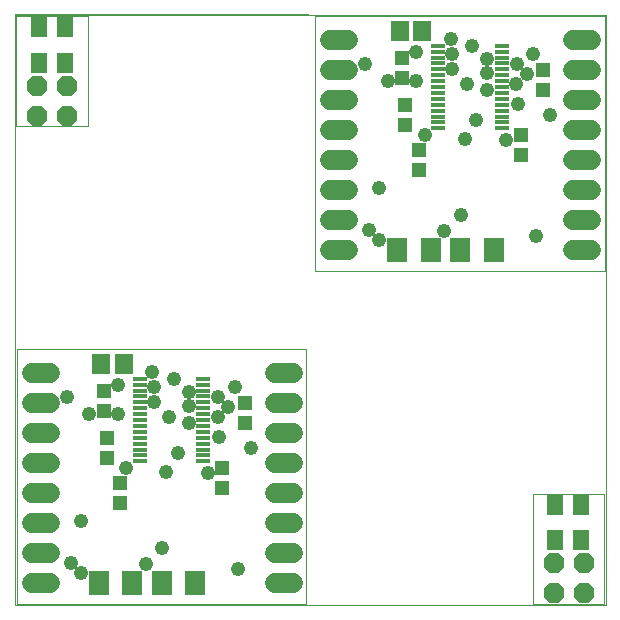
<source format=gts>
G75*
%MOIN*%
%OFA0B0*%
%FSLAX25Y25*%
%IPPOS*%
%LPD*%
%AMOC8*
5,1,8,0,0,1.08239X$1,22.5*
%
%ADD10C,0.00000*%
%ADD11R,0.04737X0.01666*%
%ADD12R,0.04737X0.05131*%
%ADD13R,0.05918X0.06706*%
%ADD14C,0.06800*%
%ADD15R,0.07099X0.07898*%
%ADD16R,0.05702X0.06501*%
%ADD17OC8,0.06800*%
%ADD18C,0.04800*%
D10*
X0001118Y0001050D02*
X0197969Y0001050D01*
X0197969Y0197900D01*
X0001118Y0197900D01*
X0001118Y0001050D01*
X0197969Y0001050D01*
X0197969Y0197900D01*
X0001020Y0197959D01*
X0001118Y0001050D01*
X0001618Y0001550D02*
X0001618Y0086550D01*
X0098118Y0086550D01*
X0098118Y0001550D01*
X0001618Y0001550D01*
X0101118Y0112550D02*
X0101118Y0197550D01*
X0197618Y0197550D01*
X0197618Y0112550D01*
X0101118Y0112550D01*
X0173618Y0038261D02*
X0173618Y0001550D01*
X0197569Y0001550D01*
X0197569Y0038261D01*
X0173618Y0038261D01*
X0025451Y0160652D02*
X0025451Y0197363D01*
X0001500Y0197363D01*
X0001500Y0160652D01*
X0025451Y0160652D01*
D11*
X0042618Y0076550D03*
X0042618Y0074581D03*
X0042618Y0072613D03*
X0042618Y0070644D03*
X0042618Y0068676D03*
X0042618Y0066707D03*
X0042618Y0064739D03*
X0042618Y0062770D03*
X0042618Y0060802D03*
X0042618Y0058833D03*
X0042618Y0056865D03*
X0042618Y0054896D03*
X0042618Y0052928D03*
X0042618Y0050959D03*
X0042618Y0048991D03*
X0063878Y0048991D03*
X0063878Y0050959D03*
X0063878Y0052928D03*
X0063878Y0054896D03*
X0063878Y0056865D03*
X0063878Y0058833D03*
X0063878Y0060802D03*
X0063878Y0062770D03*
X0063878Y0064739D03*
X0063878Y0066707D03*
X0063878Y0068676D03*
X0063878Y0070644D03*
X0063878Y0072613D03*
X0063878Y0074581D03*
X0063878Y0076550D03*
X0142118Y0159991D03*
X0142118Y0161959D03*
X0142118Y0163928D03*
X0142118Y0165896D03*
X0142118Y0167865D03*
X0142118Y0169833D03*
X0142118Y0171802D03*
X0142118Y0173770D03*
X0142118Y0175739D03*
X0142118Y0177707D03*
X0142118Y0179676D03*
X0142118Y0181644D03*
X0142118Y0183613D03*
X0142118Y0185581D03*
X0142118Y0187550D03*
X0163378Y0187550D03*
X0163378Y0185581D03*
X0163378Y0183613D03*
X0163378Y0181644D03*
X0163378Y0179676D03*
X0163378Y0177707D03*
X0163378Y0175739D03*
X0163378Y0173770D03*
X0163378Y0171802D03*
X0163378Y0169833D03*
X0163378Y0167865D03*
X0163378Y0165896D03*
X0163378Y0163928D03*
X0163378Y0161959D03*
X0163378Y0159991D03*
D12*
X0169618Y0157896D03*
X0169618Y0151204D03*
X0177118Y0172704D03*
X0177118Y0179396D03*
X0135618Y0152896D03*
X0135618Y0146204D03*
X0131118Y0161204D03*
X0131118Y0167896D03*
X0130118Y0176704D03*
X0130118Y0183396D03*
X0030618Y0072396D03*
X0030618Y0065704D03*
X0031618Y0056896D03*
X0031618Y0050204D03*
X0036118Y0041896D03*
X0036118Y0035204D03*
X0070118Y0040204D03*
X0070118Y0046896D03*
X0077618Y0061704D03*
X0077618Y0068396D03*
D13*
X0037358Y0081550D03*
X0029878Y0081550D03*
X0129378Y0192550D03*
X0136858Y0192550D03*
D14*
X0112118Y0189550D02*
X0106118Y0189550D01*
X0106118Y0179550D02*
X0112118Y0179550D01*
X0112118Y0169550D02*
X0106118Y0169550D01*
X0106118Y0159550D02*
X0112118Y0159550D01*
X0112118Y0149550D02*
X0106118Y0149550D01*
X0106118Y0139550D02*
X0112118Y0139550D01*
X0112118Y0129550D02*
X0106118Y0129550D01*
X0106118Y0119550D02*
X0112118Y0119550D01*
X0093618Y0078550D02*
X0087618Y0078550D01*
X0087618Y0068550D02*
X0093618Y0068550D01*
X0093618Y0058550D02*
X0087618Y0058550D01*
X0087618Y0048550D02*
X0093618Y0048550D01*
X0093618Y0038550D02*
X0087618Y0038550D01*
X0087618Y0028550D02*
X0093618Y0028550D01*
X0093618Y0018550D02*
X0087618Y0018550D01*
X0087618Y0008550D02*
X0093618Y0008550D01*
X0012618Y0008550D02*
X0006618Y0008550D01*
X0006618Y0018550D02*
X0012618Y0018550D01*
X0012618Y0028550D02*
X0006618Y0028550D01*
X0006618Y0038550D02*
X0012618Y0038550D01*
X0012618Y0048550D02*
X0006618Y0048550D01*
X0006618Y0058550D02*
X0012618Y0058550D01*
X0012618Y0068550D02*
X0006618Y0068550D01*
X0006618Y0078550D02*
X0012618Y0078550D01*
X0187118Y0119550D02*
X0193118Y0119550D01*
X0193118Y0129550D02*
X0187118Y0129550D01*
X0187118Y0139550D02*
X0193118Y0139550D01*
X0193118Y0149550D02*
X0187118Y0149550D01*
X0187118Y0159550D02*
X0193118Y0159550D01*
X0193118Y0169550D02*
X0187118Y0169550D01*
X0187118Y0179550D02*
X0193118Y0179550D01*
X0193118Y0189550D02*
X0187118Y0189550D01*
D15*
X0160717Y0119550D03*
X0149520Y0119550D03*
X0139717Y0119550D03*
X0128520Y0119550D03*
X0061217Y0008550D03*
X0050020Y0008550D03*
X0040217Y0008550D03*
X0029020Y0008550D03*
D16*
X0181118Y0022849D03*
X0189819Y0022849D03*
X0189819Y0034550D03*
X0181118Y0034550D03*
X0017701Y0181952D03*
X0009000Y0181952D03*
X0009000Y0193652D03*
X0017701Y0193652D03*
D17*
X0018500Y0174152D03*
X0018500Y0164152D03*
X0008500Y0164152D03*
X0008500Y0174152D03*
X0180618Y0015050D03*
X0180618Y0005050D03*
X0190618Y0005050D03*
X0190618Y0015050D03*
D18*
X0122518Y0122750D03*
X0119218Y0126250D03*
X0122518Y0140250D03*
X0137718Y0157950D03*
X0151018Y0156450D03*
X0154818Y0162850D03*
X0158518Y0172950D03*
X0158518Y0178450D03*
X0158518Y0183250D03*
X0153518Y0187550D03*
X0146918Y0184950D03*
X0146918Y0179750D03*
X0151918Y0174850D03*
X0146318Y0189750D03*
X0134918Y0185350D03*
X0134918Y0175750D03*
X0125318Y0175750D03*
X0117918Y0181450D03*
X0164818Y0156050D03*
X0168718Y0168250D03*
X0168218Y0174850D03*
X0171718Y0178150D03*
X0168318Y0181550D03*
X0173818Y0184850D03*
X0179318Y0164350D03*
X0149618Y0131050D03*
X0144218Y0125650D03*
X0174918Y0124150D03*
X0079818Y0053350D03*
X0069218Y0057250D03*
X0068718Y0063850D03*
X0072218Y0067150D03*
X0068818Y0070550D03*
X0074318Y0073850D03*
X0059018Y0072250D03*
X0054018Y0076550D03*
X0047418Y0073950D03*
X0046818Y0078750D03*
X0047418Y0068750D03*
X0052418Y0063850D03*
X0059018Y0061950D03*
X0059018Y0067450D03*
X0055318Y0051850D03*
X0051518Y0045450D03*
X0038218Y0046950D03*
X0035418Y0064750D03*
X0025818Y0064750D03*
X0018418Y0070450D03*
X0035418Y0074350D03*
X0065318Y0045050D03*
X0050118Y0020050D03*
X0044718Y0014650D03*
X0023018Y0011750D03*
X0019718Y0015250D03*
X0023018Y0029250D03*
X0075418Y0013150D03*
M02*

</source>
